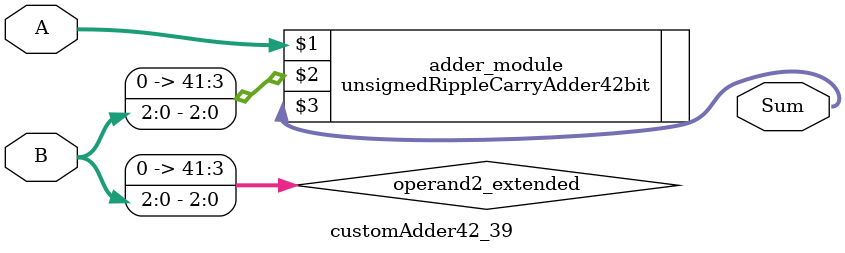
<source format=v>
module customAdder42_39(
                        input [41 : 0] A,
                        input [2 : 0] B,
                        
                        output [42 : 0] Sum
                );

        wire [41 : 0] operand2_extended;
        
        assign operand2_extended =  {39'b0, B};
        
        unsignedRippleCarryAdder42bit adder_module(
            A,
            operand2_extended,
            Sum
        );
        
        endmodule
        
</source>
